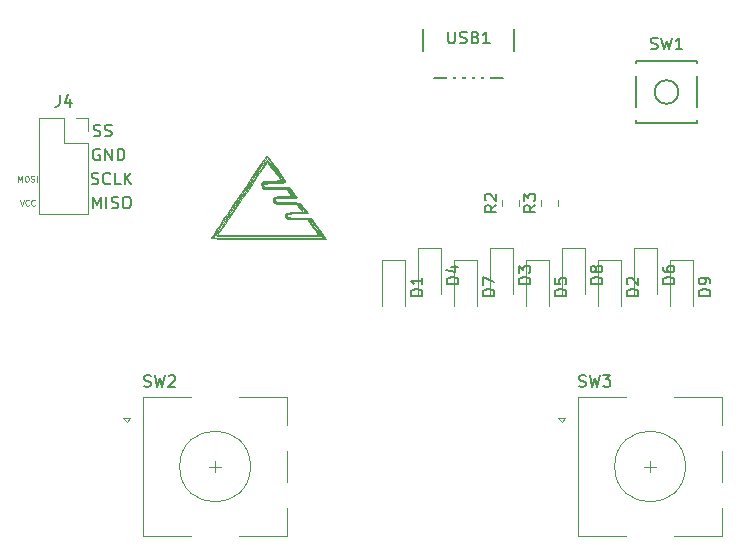
<source format=gto>
%TF.GenerationSoftware,KiCad,Pcbnew,(5.1.9)-1*%
%TF.CreationDate,2021-06-12T11:35:01+10:00*%
%TF.ProjectId,Productivity Macro,50726f64-7563-4746-9976-697479204d61,rev?*%
%TF.SameCoordinates,Original*%
%TF.FileFunction,Legend,Top*%
%TF.FilePolarity,Positive*%
%FSLAX46Y46*%
G04 Gerber Fmt 4.6, Leading zero omitted, Abs format (unit mm)*
G04 Created by KiCad (PCBNEW (5.1.9)-1) date 2021-06-12 11:35:01*
%MOMM*%
%LPD*%
G01*
G04 APERTURE LIST*
%ADD10C,0.100000*%
%ADD11C,0.150000*%
%ADD12C,0.010000*%
%ADD13C,0.120000*%
%ADD14O,1.350000X1.350000*%
%ADD15R,1.350000X1.350000*%
%ADD16O,1.700000X2.700000*%
%ADD17R,0.500000X2.250000*%
%ADD18R,2.000000X2.000000*%
%ADD19C,2.000000*%
%ADD20R,3.200000X2.000000*%
%ADD21R,1.800000X1.100000*%
%ADD22C,1.750000*%
%ADD23C,3.987800*%
%ADD24R,1.200000X0.900000*%
G04 APERTURE END LIST*
D10*
X186785333Y-63226190D02*
X186952000Y-63726190D01*
X187118666Y-63226190D01*
X187571047Y-63678571D02*
X187547238Y-63702380D01*
X187475809Y-63726190D01*
X187428190Y-63726190D01*
X187356761Y-63702380D01*
X187309142Y-63654761D01*
X187285333Y-63607142D01*
X187261523Y-63511904D01*
X187261523Y-63440476D01*
X187285333Y-63345238D01*
X187309142Y-63297619D01*
X187356761Y-63250000D01*
X187428190Y-63226190D01*
X187475809Y-63226190D01*
X187547238Y-63250000D01*
X187571047Y-63273809D01*
X188071047Y-63678571D02*
X188047238Y-63702380D01*
X187975809Y-63726190D01*
X187928190Y-63726190D01*
X187856761Y-63702380D01*
X187809142Y-63654761D01*
X187785333Y-63607142D01*
X187761523Y-63511904D01*
X187761523Y-63440476D01*
X187785333Y-63345238D01*
X187809142Y-63297619D01*
X187856761Y-63250000D01*
X187928190Y-63226190D01*
X187975809Y-63226190D01*
X188047238Y-63250000D01*
X188071047Y-63273809D01*
X186666285Y-61694190D02*
X186666285Y-61194190D01*
X186832952Y-61551333D01*
X186999619Y-61194190D01*
X186999619Y-61694190D01*
X187332952Y-61194190D02*
X187428190Y-61194190D01*
X187475809Y-61218000D01*
X187523428Y-61265619D01*
X187547238Y-61360857D01*
X187547238Y-61527523D01*
X187523428Y-61622761D01*
X187475809Y-61670380D01*
X187428190Y-61694190D01*
X187332952Y-61694190D01*
X187285333Y-61670380D01*
X187237714Y-61622761D01*
X187213904Y-61527523D01*
X187213904Y-61360857D01*
X187237714Y-61265619D01*
X187285333Y-61218000D01*
X187332952Y-61194190D01*
X187737714Y-61670380D02*
X187809142Y-61694190D01*
X187928190Y-61694190D01*
X187975809Y-61670380D01*
X187999619Y-61646571D01*
X188023428Y-61598952D01*
X188023428Y-61551333D01*
X187999619Y-61503714D01*
X187975809Y-61479904D01*
X187928190Y-61456095D01*
X187832952Y-61432285D01*
X187785333Y-61408476D01*
X187761523Y-61384666D01*
X187737714Y-61337047D01*
X187737714Y-61289428D01*
X187761523Y-61241809D01*
X187785333Y-61218000D01*
X187832952Y-61194190D01*
X187952000Y-61194190D01*
X188023428Y-61218000D01*
X188237714Y-61694190D02*
X188237714Y-61194190D01*
D11*
X192992571Y-63952380D02*
X192992571Y-62952380D01*
X193325904Y-63666666D01*
X193659238Y-62952380D01*
X193659238Y-63952380D01*
X194135428Y-63952380D02*
X194135428Y-62952380D01*
X194564000Y-63904761D02*
X194706857Y-63952380D01*
X194944952Y-63952380D01*
X195040190Y-63904761D01*
X195087809Y-63857142D01*
X195135428Y-63761904D01*
X195135428Y-63666666D01*
X195087809Y-63571428D01*
X195040190Y-63523809D01*
X194944952Y-63476190D01*
X194754476Y-63428571D01*
X194659238Y-63380952D01*
X194611619Y-63333333D01*
X194564000Y-63238095D01*
X194564000Y-63142857D01*
X194611619Y-63047619D01*
X194659238Y-63000000D01*
X194754476Y-62952380D01*
X194992571Y-62952380D01*
X195135428Y-63000000D01*
X195754476Y-62952380D02*
X195944952Y-62952380D01*
X196040190Y-63000000D01*
X196135428Y-63095238D01*
X196183047Y-63285714D01*
X196183047Y-63619047D01*
X196135428Y-63809523D01*
X196040190Y-63904761D01*
X195944952Y-63952380D01*
X195754476Y-63952380D01*
X195659238Y-63904761D01*
X195564000Y-63809523D01*
X195516380Y-63619047D01*
X195516380Y-63285714D01*
X195564000Y-63095238D01*
X195659238Y-63000000D01*
X195754476Y-62952380D01*
X192873523Y-61872761D02*
X193016380Y-61920380D01*
X193254476Y-61920380D01*
X193349714Y-61872761D01*
X193397333Y-61825142D01*
X193444952Y-61729904D01*
X193444952Y-61634666D01*
X193397333Y-61539428D01*
X193349714Y-61491809D01*
X193254476Y-61444190D01*
X193064000Y-61396571D01*
X192968761Y-61348952D01*
X192921142Y-61301333D01*
X192873523Y-61206095D01*
X192873523Y-61110857D01*
X192921142Y-61015619D01*
X192968761Y-60968000D01*
X193064000Y-60920380D01*
X193302095Y-60920380D01*
X193444952Y-60968000D01*
X194444952Y-61825142D02*
X194397333Y-61872761D01*
X194254476Y-61920380D01*
X194159238Y-61920380D01*
X194016380Y-61872761D01*
X193921142Y-61777523D01*
X193873523Y-61682285D01*
X193825904Y-61491809D01*
X193825904Y-61348952D01*
X193873523Y-61158476D01*
X193921142Y-61063238D01*
X194016380Y-60968000D01*
X194159238Y-60920380D01*
X194254476Y-60920380D01*
X194397333Y-60968000D01*
X194444952Y-61015619D01*
X195349714Y-61920380D02*
X194873523Y-61920380D01*
X194873523Y-60920380D01*
X195683047Y-61920380D02*
X195683047Y-60920380D01*
X196254476Y-61920380D02*
X195825904Y-61348952D01*
X196254476Y-60920380D02*
X195683047Y-61491809D01*
X193548095Y-58936000D02*
X193452857Y-58888380D01*
X193310000Y-58888380D01*
X193167142Y-58936000D01*
X193071904Y-59031238D01*
X193024285Y-59126476D01*
X192976666Y-59316952D01*
X192976666Y-59459809D01*
X193024285Y-59650285D01*
X193071904Y-59745523D01*
X193167142Y-59840761D01*
X193310000Y-59888380D01*
X193405238Y-59888380D01*
X193548095Y-59840761D01*
X193595714Y-59793142D01*
X193595714Y-59459809D01*
X193405238Y-59459809D01*
X194024285Y-59888380D02*
X194024285Y-58888380D01*
X194595714Y-59888380D01*
X194595714Y-58888380D01*
X195071904Y-59888380D02*
X195071904Y-58888380D01*
X195310000Y-58888380D01*
X195452857Y-58936000D01*
X195548095Y-59031238D01*
X195595714Y-59126476D01*
X195643333Y-59316952D01*
X195643333Y-59459809D01*
X195595714Y-59650285D01*
X195548095Y-59745523D01*
X195452857Y-59840761D01*
X195310000Y-59888380D01*
X195071904Y-59888380D01*
X193040095Y-57808761D02*
X193182952Y-57856380D01*
X193421047Y-57856380D01*
X193516285Y-57808761D01*
X193563904Y-57761142D01*
X193611523Y-57665904D01*
X193611523Y-57570666D01*
X193563904Y-57475428D01*
X193516285Y-57427809D01*
X193421047Y-57380190D01*
X193230571Y-57332571D01*
X193135333Y-57284952D01*
X193087714Y-57237333D01*
X193040095Y-57142095D01*
X193040095Y-57046857D01*
X193087714Y-56951619D01*
X193135333Y-56904000D01*
X193230571Y-56856380D01*
X193468666Y-56856380D01*
X193611523Y-56904000D01*
X193992476Y-57808761D02*
X194135333Y-57856380D01*
X194373428Y-57856380D01*
X194468666Y-57808761D01*
X194516285Y-57761142D01*
X194563904Y-57665904D01*
X194563904Y-57570666D01*
X194516285Y-57475428D01*
X194468666Y-57427809D01*
X194373428Y-57380190D01*
X194182952Y-57332571D01*
X194087714Y-57284952D01*
X194040095Y-57237333D01*
X193992476Y-57142095D01*
X193992476Y-57046857D01*
X194040095Y-56951619D01*
X194087714Y-56904000D01*
X194182952Y-56856380D01*
X194421047Y-56856380D01*
X194563904Y-56904000D01*
D12*
%TO.C,G\u002A\u002A\u002A*%
G36*
X207746087Y-59541470D02*
G01*
X207883396Y-59699472D01*
X208075305Y-59942528D01*
X208301731Y-60243000D01*
X208542587Y-60573251D01*
X208777789Y-60905645D01*
X208987252Y-61212542D01*
X209150890Y-61466307D01*
X209248618Y-61639301D01*
X209259874Y-61665313D01*
X209263930Y-61724770D01*
X209204834Y-61765788D01*
X209056512Y-61792955D01*
X208792888Y-61810859D01*
X208387888Y-61824089D01*
X208352479Y-61824985D01*
X207931822Y-61838518D01*
X207651609Y-61857418D01*
X207482950Y-61886722D01*
X207396954Y-61931465D01*
X207364732Y-61996682D01*
X207364638Y-61997166D01*
X207366510Y-62056881D01*
X207415952Y-62098071D01*
X207538406Y-62124121D01*
X207759316Y-62138416D01*
X208104122Y-62144343D01*
X208478247Y-62145333D01*
X209620244Y-62145333D01*
X209923789Y-62558843D01*
X210084517Y-62785764D01*
X210194558Y-62956358D01*
X210227333Y-63024510D01*
X210148368Y-63045468D01*
X209934257Y-63062406D01*
X209619171Y-63073409D01*
X209296000Y-63076666D01*
X208888412Y-63078615D01*
X208620871Y-63088009D01*
X208464106Y-63110170D01*
X208388844Y-63150422D01*
X208365813Y-63214086D01*
X208364666Y-63246000D01*
X208375437Y-63320288D01*
X208427321Y-63368978D01*
X208549675Y-63397437D01*
X208771854Y-63411036D01*
X209123217Y-63415144D01*
X209290488Y-63415333D01*
X209691253Y-63422478D01*
X210047368Y-63441788D01*
X210313416Y-63470072D01*
X210426027Y-63495067D01*
X210592823Y-63609232D01*
X210789697Y-63813872D01*
X210899220Y-63957750D01*
X211162695Y-64340698D01*
X210292847Y-64364849D01*
X209900936Y-64378143D01*
X209648178Y-64396318D01*
X209504403Y-64426082D01*
X209439441Y-64474147D01*
X209423122Y-64547224D01*
X209423000Y-64558333D01*
X209434305Y-64629826D01*
X209486694Y-64679820D01*
X209607875Y-64713988D01*
X209825558Y-64738000D01*
X210167452Y-64757528D01*
X210457063Y-64770000D01*
X211491127Y-64812333D01*
X212092018Y-65680166D01*
X212692910Y-66548000D01*
X207814458Y-66548000D01*
X206747937Y-66547326D01*
X205840008Y-66545150D01*
X205079933Y-66541234D01*
X204456977Y-66535342D01*
X203960401Y-66527239D01*
X203579469Y-66516689D01*
X203303444Y-66503455D01*
X203121589Y-66487302D01*
X203023166Y-66467993D01*
X202997440Y-66445294D01*
X202998825Y-66442166D01*
X203015797Y-66415961D01*
X203200000Y-66415961D01*
X203282118Y-66424818D01*
X203518278Y-66433136D01*
X203893192Y-66440760D01*
X204391567Y-66447534D01*
X204998114Y-66453302D01*
X205697543Y-66457908D01*
X206474564Y-66461198D01*
X207313886Y-66463014D01*
X207853109Y-66463333D01*
X212506218Y-66463333D01*
X211946779Y-65657551D01*
X211724373Y-65344854D01*
X211536917Y-65095645D01*
X211404657Y-64935868D01*
X211348416Y-64890694D01*
X211377360Y-64971598D01*
X211486660Y-65158183D01*
X211657132Y-65419139D01*
X211790243Y-65611809D01*
X212270996Y-66294000D01*
X207806053Y-66294000D01*
X206956101Y-66293168D01*
X206160808Y-66290777D01*
X205435573Y-66286986D01*
X204795794Y-66281953D01*
X204256870Y-66275836D01*
X203834199Y-66268792D01*
X203543179Y-66260980D01*
X203399209Y-66252558D01*
X203386474Y-66248637D01*
X203477511Y-66239887D01*
X203721725Y-66231867D01*
X204102961Y-66224729D01*
X204605061Y-66218626D01*
X205211872Y-66213710D01*
X205907236Y-66210133D01*
X206674998Y-66208048D01*
X207499004Y-66207607D01*
X207718585Y-66207779D01*
X208552646Y-66207677D01*
X209333148Y-66205689D01*
X210044160Y-66201987D01*
X210669753Y-66196747D01*
X211193996Y-66190139D01*
X211600958Y-66182339D01*
X211874711Y-66173519D01*
X211999324Y-66163852D01*
X212005333Y-66161145D01*
X211960237Y-66073278D01*
X211839530Y-65881166D01*
X211665082Y-65619024D01*
X211571425Y-65482336D01*
X211137517Y-64854666D01*
X210222464Y-64854666D01*
X209817570Y-64852487D01*
X209550442Y-64842079D01*
X209389529Y-64817640D01*
X209303281Y-64773364D01*
X209260146Y-64703447D01*
X209250670Y-64675892D01*
X209231375Y-64506025D01*
X209311370Y-64386978D01*
X209508962Y-64310622D01*
X209842456Y-64268827D01*
X210197993Y-64255175D01*
X210972987Y-64241301D01*
X210748327Y-63916197D01*
X210601409Y-63722648D01*
X210486426Y-63604529D01*
X210454401Y-63587879D01*
X210452645Y-63645165D01*
X210533900Y-63791672D01*
X210569471Y-63843541D01*
X210677536Y-64021257D01*
X210713416Y-64135943D01*
X210708293Y-64147928D01*
X210639912Y-64112736D01*
X210521216Y-63970619D01*
X210466224Y-63890101D01*
X210269666Y-63586762D01*
X209334099Y-63585714D01*
X208862496Y-63577237D01*
X208536248Y-63548812D01*
X208331927Y-63494099D01*
X208226102Y-63406754D01*
X208195343Y-63280435D01*
X208195333Y-63277447D01*
X208255997Y-63097543D01*
X208446143Y-62979672D01*
X208777998Y-62918777D01*
X209090380Y-62907333D01*
X209392317Y-62901101D01*
X209615051Y-62884628D01*
X209717003Y-62861247D01*
X209719333Y-62856903D01*
X209674779Y-62760813D01*
X209565415Y-62590685D01*
X209544234Y-62560570D01*
X209391850Y-62346564D01*
X209574546Y-62346564D01*
X209595729Y-62431946D01*
X209697412Y-62599642D01*
X209763165Y-62690105D01*
X209917729Y-62879877D01*
X210020188Y-62982020D01*
X210051479Y-62981196D01*
X210006780Y-62886166D01*
X209856533Y-62648744D01*
X209713299Y-62458404D01*
X209607478Y-62353099D01*
X209574546Y-62346564D01*
X209391850Y-62346564D01*
X209369136Y-62314666D01*
X208361880Y-62314666D01*
X207929886Y-62312203D01*
X207636555Y-62301769D01*
X207451255Y-62278797D01*
X207343348Y-62238719D01*
X207282200Y-62176967D01*
X207267282Y-62151466D01*
X207218978Y-61925311D01*
X207315446Y-61749689D01*
X207463838Y-61679192D01*
X207637214Y-61655637D01*
X207919595Y-61633232D01*
X208250691Y-61616732D01*
X208259466Y-61616423D01*
X208873932Y-61595000D01*
X208319625Y-60811833D01*
X208097003Y-60500818D01*
X207911499Y-60248294D01*
X207783750Y-60081909D01*
X207735166Y-60028666D01*
X207683078Y-60096565D01*
X207546332Y-60290736D01*
X207334699Y-60596894D01*
X207057948Y-61000751D01*
X206725852Y-61488021D01*
X206348179Y-62044417D01*
X205934702Y-62655652D01*
X205650412Y-63077016D01*
X205219030Y-63714985D01*
X204816730Y-64305975D01*
X204453293Y-64835909D01*
X204138498Y-65290711D01*
X203882125Y-65656301D01*
X203693955Y-65918603D01*
X203583767Y-66063540D01*
X203558525Y-66088081D01*
X203595411Y-66012061D01*
X203716555Y-65813794D01*
X203910299Y-65510583D01*
X204164985Y-65119731D01*
X204468956Y-64658540D01*
X204810554Y-64144313D01*
X205178120Y-63594350D01*
X205559996Y-63025957D01*
X205944525Y-62456433D01*
X206320049Y-61903083D01*
X206674910Y-61383208D01*
X206997449Y-60914111D01*
X207276009Y-60513094D01*
X207498932Y-60197460D01*
X207654560Y-59984510D01*
X207731235Y-59891549D01*
X207735327Y-59888985D01*
X207809677Y-59946472D01*
X207955697Y-60120046D01*
X208153039Y-60383648D01*
X208381356Y-60711215D01*
X208407000Y-60749304D01*
X208636943Y-61084611D01*
X208836513Y-61361829D01*
X208985612Y-61554001D01*
X209064137Y-61634167D01*
X209067373Y-61634987D01*
X209096075Y-61631136D01*
X209099543Y-61603744D01*
X209065496Y-61532921D01*
X208981654Y-61398777D01*
X208835736Y-61181424D01*
X208615464Y-60860971D01*
X208374240Y-60512366D01*
X207748814Y-59609326D01*
X205474407Y-62988958D01*
X205020322Y-63664655D01*
X204596445Y-64297249D01*
X204211928Y-64872947D01*
X203875926Y-65377957D01*
X203597591Y-65798488D01*
X203386077Y-66120748D01*
X203250536Y-66330945D01*
X203200121Y-66415288D01*
X203200000Y-66415961D01*
X203015797Y-66415961D01*
X203064844Y-66340236D01*
X203212909Y-66117168D01*
X203431848Y-65789524D01*
X203710492Y-65373866D01*
X204037671Y-64886756D01*
X204402216Y-64344755D01*
X204792956Y-63764424D01*
X205198722Y-63162327D01*
X205608343Y-62555024D01*
X206010651Y-61959077D01*
X206394476Y-61391047D01*
X206748646Y-60867498D01*
X207061994Y-60404989D01*
X207323348Y-60020083D01*
X207521539Y-59729342D01*
X207645397Y-59549327D01*
X207683466Y-59496160D01*
X207746087Y-59541470D01*
G37*
X207746087Y-59541470D02*
X207883396Y-59699472D01*
X208075305Y-59942528D01*
X208301731Y-60243000D01*
X208542587Y-60573251D01*
X208777789Y-60905645D01*
X208987252Y-61212542D01*
X209150890Y-61466307D01*
X209248618Y-61639301D01*
X209259874Y-61665313D01*
X209263930Y-61724770D01*
X209204834Y-61765788D01*
X209056512Y-61792955D01*
X208792888Y-61810859D01*
X208387888Y-61824089D01*
X208352479Y-61824985D01*
X207931822Y-61838518D01*
X207651609Y-61857418D01*
X207482950Y-61886722D01*
X207396954Y-61931465D01*
X207364732Y-61996682D01*
X207364638Y-61997166D01*
X207366510Y-62056881D01*
X207415952Y-62098071D01*
X207538406Y-62124121D01*
X207759316Y-62138416D01*
X208104122Y-62144343D01*
X208478247Y-62145333D01*
X209620244Y-62145333D01*
X209923789Y-62558843D01*
X210084517Y-62785764D01*
X210194558Y-62956358D01*
X210227333Y-63024510D01*
X210148368Y-63045468D01*
X209934257Y-63062406D01*
X209619171Y-63073409D01*
X209296000Y-63076666D01*
X208888412Y-63078615D01*
X208620871Y-63088009D01*
X208464106Y-63110170D01*
X208388844Y-63150422D01*
X208365813Y-63214086D01*
X208364666Y-63246000D01*
X208375437Y-63320288D01*
X208427321Y-63368978D01*
X208549675Y-63397437D01*
X208771854Y-63411036D01*
X209123217Y-63415144D01*
X209290488Y-63415333D01*
X209691253Y-63422478D01*
X210047368Y-63441788D01*
X210313416Y-63470072D01*
X210426027Y-63495067D01*
X210592823Y-63609232D01*
X210789697Y-63813872D01*
X210899220Y-63957750D01*
X211162695Y-64340698D01*
X210292847Y-64364849D01*
X209900936Y-64378143D01*
X209648178Y-64396318D01*
X209504403Y-64426082D01*
X209439441Y-64474147D01*
X209423122Y-64547224D01*
X209423000Y-64558333D01*
X209434305Y-64629826D01*
X209486694Y-64679820D01*
X209607875Y-64713988D01*
X209825558Y-64738000D01*
X210167452Y-64757528D01*
X210457063Y-64770000D01*
X211491127Y-64812333D01*
X212092018Y-65680166D01*
X212692910Y-66548000D01*
X207814458Y-66548000D01*
X206747937Y-66547326D01*
X205840008Y-66545150D01*
X205079933Y-66541234D01*
X204456977Y-66535342D01*
X203960401Y-66527239D01*
X203579469Y-66516689D01*
X203303444Y-66503455D01*
X203121589Y-66487302D01*
X203023166Y-66467993D01*
X202997440Y-66445294D01*
X202998825Y-66442166D01*
X203015797Y-66415961D01*
X203200000Y-66415961D01*
X203282118Y-66424818D01*
X203518278Y-66433136D01*
X203893192Y-66440760D01*
X204391567Y-66447534D01*
X204998114Y-66453302D01*
X205697543Y-66457908D01*
X206474564Y-66461198D01*
X207313886Y-66463014D01*
X207853109Y-66463333D01*
X212506218Y-66463333D01*
X211946779Y-65657551D01*
X211724373Y-65344854D01*
X211536917Y-65095645D01*
X211404657Y-64935868D01*
X211348416Y-64890694D01*
X211377360Y-64971598D01*
X211486660Y-65158183D01*
X211657132Y-65419139D01*
X211790243Y-65611809D01*
X212270996Y-66294000D01*
X207806053Y-66294000D01*
X206956101Y-66293168D01*
X206160808Y-66290777D01*
X205435573Y-66286986D01*
X204795794Y-66281953D01*
X204256870Y-66275836D01*
X203834199Y-66268792D01*
X203543179Y-66260980D01*
X203399209Y-66252558D01*
X203386474Y-66248637D01*
X203477511Y-66239887D01*
X203721725Y-66231867D01*
X204102961Y-66224729D01*
X204605061Y-66218626D01*
X205211872Y-66213710D01*
X205907236Y-66210133D01*
X206674998Y-66208048D01*
X207499004Y-66207607D01*
X207718585Y-66207779D01*
X208552646Y-66207677D01*
X209333148Y-66205689D01*
X210044160Y-66201987D01*
X210669753Y-66196747D01*
X211193996Y-66190139D01*
X211600958Y-66182339D01*
X211874711Y-66173519D01*
X211999324Y-66163852D01*
X212005333Y-66161145D01*
X211960237Y-66073278D01*
X211839530Y-65881166D01*
X211665082Y-65619024D01*
X211571425Y-65482336D01*
X211137517Y-64854666D01*
X210222464Y-64854666D01*
X209817570Y-64852487D01*
X209550442Y-64842079D01*
X209389529Y-64817640D01*
X209303281Y-64773364D01*
X209260146Y-64703447D01*
X209250670Y-64675892D01*
X209231375Y-64506025D01*
X209311370Y-64386978D01*
X209508962Y-64310622D01*
X209842456Y-64268827D01*
X210197993Y-64255175D01*
X210972987Y-64241301D01*
X210748327Y-63916197D01*
X210601409Y-63722648D01*
X210486426Y-63604529D01*
X210454401Y-63587879D01*
X210452645Y-63645165D01*
X210533900Y-63791672D01*
X210569471Y-63843541D01*
X210677536Y-64021257D01*
X210713416Y-64135943D01*
X210708293Y-64147928D01*
X210639912Y-64112736D01*
X210521216Y-63970619D01*
X210466224Y-63890101D01*
X210269666Y-63586762D01*
X209334099Y-63585714D01*
X208862496Y-63577237D01*
X208536248Y-63548812D01*
X208331927Y-63494099D01*
X208226102Y-63406754D01*
X208195343Y-63280435D01*
X208195333Y-63277447D01*
X208255997Y-63097543D01*
X208446143Y-62979672D01*
X208777998Y-62918777D01*
X209090380Y-62907333D01*
X209392317Y-62901101D01*
X209615051Y-62884628D01*
X209717003Y-62861247D01*
X209719333Y-62856903D01*
X209674779Y-62760813D01*
X209565415Y-62590685D01*
X209544234Y-62560570D01*
X209391850Y-62346564D01*
X209574546Y-62346564D01*
X209595729Y-62431946D01*
X209697412Y-62599642D01*
X209763165Y-62690105D01*
X209917729Y-62879877D01*
X210020188Y-62982020D01*
X210051479Y-62981196D01*
X210006780Y-62886166D01*
X209856533Y-62648744D01*
X209713299Y-62458404D01*
X209607478Y-62353099D01*
X209574546Y-62346564D01*
X209391850Y-62346564D01*
X209369136Y-62314666D01*
X208361880Y-62314666D01*
X207929886Y-62312203D01*
X207636555Y-62301769D01*
X207451255Y-62278797D01*
X207343348Y-62238719D01*
X207282200Y-62176967D01*
X207267282Y-62151466D01*
X207218978Y-61925311D01*
X207315446Y-61749689D01*
X207463838Y-61679192D01*
X207637214Y-61655637D01*
X207919595Y-61633232D01*
X208250691Y-61616732D01*
X208259466Y-61616423D01*
X208873932Y-61595000D01*
X208319625Y-60811833D01*
X208097003Y-60500818D01*
X207911499Y-60248294D01*
X207783750Y-60081909D01*
X207735166Y-60028666D01*
X207683078Y-60096565D01*
X207546332Y-60290736D01*
X207334699Y-60596894D01*
X207057948Y-61000751D01*
X206725852Y-61488021D01*
X206348179Y-62044417D01*
X205934702Y-62655652D01*
X205650412Y-63077016D01*
X205219030Y-63714985D01*
X204816730Y-64305975D01*
X204453293Y-64835909D01*
X204138498Y-65290711D01*
X203882125Y-65656301D01*
X203693955Y-65918603D01*
X203583767Y-66063540D01*
X203558525Y-66088081D01*
X203595411Y-66012061D01*
X203716555Y-65813794D01*
X203910299Y-65510583D01*
X204164985Y-65119731D01*
X204468956Y-64658540D01*
X204810554Y-64144313D01*
X205178120Y-63594350D01*
X205559996Y-63025957D01*
X205944525Y-62456433D01*
X206320049Y-61903083D01*
X206674910Y-61383208D01*
X206997449Y-60914111D01*
X207276009Y-60513094D01*
X207498932Y-60197460D01*
X207654560Y-59984510D01*
X207731235Y-59891549D01*
X207735327Y-59888985D01*
X207809677Y-59946472D01*
X207955697Y-60120046D01*
X208153039Y-60383648D01*
X208381356Y-60711215D01*
X208407000Y-60749304D01*
X208636943Y-61084611D01*
X208836513Y-61361829D01*
X208985612Y-61554001D01*
X209064137Y-61634167D01*
X209067373Y-61634987D01*
X209096075Y-61631136D01*
X209099543Y-61603744D01*
X209065496Y-61532921D01*
X208981654Y-61398777D01*
X208835736Y-61181424D01*
X208615464Y-60860971D01*
X208374240Y-60512366D01*
X207748814Y-59609326D01*
X205474407Y-62988958D01*
X205020322Y-63664655D01*
X204596445Y-64297249D01*
X204211928Y-64872947D01*
X203875926Y-65377957D01*
X203597591Y-65798488D01*
X203386077Y-66120748D01*
X203250536Y-66330945D01*
X203200121Y-66415288D01*
X203200000Y-66415961D01*
X203015797Y-66415961D01*
X203064844Y-66340236D01*
X203212909Y-66117168D01*
X203431848Y-65789524D01*
X203710492Y-65373866D01*
X204037671Y-64886756D01*
X204402216Y-64344755D01*
X204792956Y-63764424D01*
X205198722Y-63162327D01*
X205608343Y-62555024D01*
X206010651Y-61959077D01*
X206394476Y-61391047D01*
X206748646Y-60867498D01*
X207061994Y-60404989D01*
X207323348Y-60020083D01*
X207521539Y-59729342D01*
X207645397Y-59549327D01*
X207683466Y-59496160D01*
X207746087Y-59541470D01*
D13*
%TO.C,J4*%
X188456000Y-56344000D02*
X190516000Y-56344000D01*
X188456000Y-56344000D02*
X188456000Y-64464000D01*
X188456000Y-64464000D02*
X192576000Y-64464000D01*
X192576000Y-58404000D02*
X192576000Y-64464000D01*
X190516000Y-58404000D02*
X192576000Y-58404000D01*
X190516000Y-56344000D02*
X190516000Y-58404000D01*
X192576000Y-56344000D02*
X192576000Y-57404000D01*
X191516000Y-56344000D02*
X192576000Y-56344000D01*
D11*
%TO.C,USB1*%
X228640000Y-52948000D02*
X220940000Y-52948000D01*
X220940000Y-47498000D02*
X220940000Y-52948000D01*
X228640000Y-47498000D02*
X228640000Y-52948000D01*
D13*
%TO.C,SW3*%
X239664000Y-85812000D02*
X240664000Y-85812000D01*
X240164000Y-85312000D02*
X240164000Y-86312000D01*
X246264000Y-89312000D02*
X246264000Y-91712000D01*
X246264000Y-84512000D02*
X246264000Y-87112000D01*
X246264000Y-79912000D02*
X246264000Y-82312000D01*
X232964000Y-81712000D02*
X232664000Y-82012000D01*
X232364000Y-81712000D02*
X232964000Y-81712000D01*
X232664000Y-82012000D02*
X232364000Y-81712000D01*
X234064000Y-79912000D02*
X234064000Y-91712000D01*
X238164000Y-79912000D02*
X234064000Y-79912000D01*
X238164000Y-91712000D02*
X234064000Y-91712000D01*
X246264000Y-91712000D02*
X242164000Y-91712000D01*
X242164000Y-79912000D02*
X246264000Y-79912000D01*
X243164000Y-85812000D02*
G75*
G03*
X243164000Y-85812000I-3000000J0D01*
G01*
%TO.C,SW2*%
X202834000Y-85812000D02*
X203834000Y-85812000D01*
X203334000Y-85312000D02*
X203334000Y-86312000D01*
X209434000Y-89312000D02*
X209434000Y-91712000D01*
X209434000Y-84512000D02*
X209434000Y-87112000D01*
X209434000Y-79912000D02*
X209434000Y-82312000D01*
X196134000Y-81712000D02*
X195834000Y-82012000D01*
X195534000Y-81712000D02*
X196134000Y-81712000D01*
X195834000Y-82012000D02*
X195534000Y-81712000D01*
X197234000Y-79912000D02*
X197234000Y-91712000D01*
X201334000Y-79912000D02*
X197234000Y-79912000D01*
X201334000Y-91712000D02*
X197234000Y-91712000D01*
X209434000Y-91712000D02*
X205334000Y-91712000D01*
X205334000Y-79912000D02*
X209434000Y-79912000D01*
X206334000Y-85812000D02*
G75*
G03*
X206334000Y-85812000I-3000000J0D01*
G01*
D11*
%TO.C,SW1*%
X242554000Y-54102000D02*
G75*
G03*
X242554000Y-54102000I-1000000J0D01*
G01*
X244154000Y-51502000D02*
X244154000Y-56702000D01*
X238954000Y-51502000D02*
X244154000Y-51502000D01*
X238954000Y-56702000D02*
X238954000Y-51502000D01*
X244154000Y-56702000D02*
X238954000Y-56702000D01*
D13*
%TO.C,R3*%
X230913000Y-63727064D02*
X230913000Y-63272936D01*
X232383000Y-63727064D02*
X232383000Y-63272936D01*
%TO.C,R2*%
X227611000Y-63727064D02*
X227611000Y-63272936D01*
X229081000Y-63727064D02*
X229081000Y-63272936D01*
%TO.C,D9*%
X243824000Y-68362000D02*
X241824000Y-68362000D01*
X241824000Y-68362000D02*
X241824000Y-72262000D01*
X243824000Y-68362000D02*
X243824000Y-72262000D01*
%TO.C,D8*%
X234680000Y-67346000D02*
X232680000Y-67346000D01*
X232680000Y-67346000D02*
X232680000Y-71246000D01*
X234680000Y-67346000D02*
X234680000Y-71246000D01*
%TO.C,D7*%
X225536000Y-68362000D02*
X223536000Y-68362000D01*
X223536000Y-68362000D02*
X223536000Y-72262000D01*
X225536000Y-68362000D02*
X225536000Y-72262000D01*
%TO.C,D6*%
X240776000Y-67346000D02*
X238776000Y-67346000D01*
X238776000Y-67346000D02*
X238776000Y-71246000D01*
X240776000Y-67346000D02*
X240776000Y-71246000D01*
%TO.C,D5*%
X231632000Y-68362000D02*
X229632000Y-68362000D01*
X229632000Y-68362000D02*
X229632000Y-72262000D01*
X231632000Y-68362000D02*
X231632000Y-72262000D01*
%TO.C,D4*%
X222488000Y-67346000D02*
X220488000Y-67346000D01*
X220488000Y-67346000D02*
X220488000Y-71246000D01*
X222488000Y-67346000D02*
X222488000Y-71246000D01*
%TO.C,D3*%
X228584000Y-67346000D02*
X226584000Y-67346000D01*
X226584000Y-67346000D02*
X226584000Y-71246000D01*
X228584000Y-67346000D02*
X228584000Y-71246000D01*
%TO.C,D2*%
X237728000Y-68362000D02*
X235728000Y-68362000D01*
X235728000Y-68362000D02*
X235728000Y-72262000D01*
X237728000Y-68362000D02*
X237728000Y-72262000D01*
%TO.C,D1*%
X219440000Y-68362000D02*
X217440000Y-68362000D01*
X217440000Y-68362000D02*
X217440000Y-72262000D01*
X219440000Y-68362000D02*
X219440000Y-72262000D01*
%TO.C,J4*%
D11*
X190182666Y-54356380D02*
X190182666Y-55070666D01*
X190135047Y-55213523D01*
X190039809Y-55308761D01*
X189896952Y-55356380D01*
X189801714Y-55356380D01*
X191087428Y-54689714D02*
X191087428Y-55356380D01*
X190849333Y-54308761D02*
X190611238Y-55023047D01*
X191230285Y-55023047D01*
%TO.C,USB1*%
X223051904Y-48982380D02*
X223051904Y-49791904D01*
X223099523Y-49887142D01*
X223147142Y-49934761D01*
X223242380Y-49982380D01*
X223432857Y-49982380D01*
X223528095Y-49934761D01*
X223575714Y-49887142D01*
X223623333Y-49791904D01*
X223623333Y-48982380D01*
X224051904Y-49934761D02*
X224194761Y-49982380D01*
X224432857Y-49982380D01*
X224528095Y-49934761D01*
X224575714Y-49887142D01*
X224623333Y-49791904D01*
X224623333Y-49696666D01*
X224575714Y-49601428D01*
X224528095Y-49553809D01*
X224432857Y-49506190D01*
X224242380Y-49458571D01*
X224147142Y-49410952D01*
X224099523Y-49363333D01*
X224051904Y-49268095D01*
X224051904Y-49172857D01*
X224099523Y-49077619D01*
X224147142Y-49030000D01*
X224242380Y-48982380D01*
X224480476Y-48982380D01*
X224623333Y-49030000D01*
X225385238Y-49458571D02*
X225528095Y-49506190D01*
X225575714Y-49553809D01*
X225623333Y-49649047D01*
X225623333Y-49791904D01*
X225575714Y-49887142D01*
X225528095Y-49934761D01*
X225432857Y-49982380D01*
X225051904Y-49982380D01*
X225051904Y-48982380D01*
X225385238Y-48982380D01*
X225480476Y-49030000D01*
X225528095Y-49077619D01*
X225575714Y-49172857D01*
X225575714Y-49268095D01*
X225528095Y-49363333D01*
X225480476Y-49410952D01*
X225385238Y-49458571D01*
X225051904Y-49458571D01*
X226575714Y-49982380D02*
X226004285Y-49982380D01*
X226290000Y-49982380D02*
X226290000Y-48982380D01*
X226194761Y-49125238D01*
X226099523Y-49220476D01*
X226004285Y-49268095D01*
%TO.C,SW3*%
X234130666Y-79016761D02*
X234273523Y-79064380D01*
X234511619Y-79064380D01*
X234606857Y-79016761D01*
X234654476Y-78969142D01*
X234702095Y-78873904D01*
X234702095Y-78778666D01*
X234654476Y-78683428D01*
X234606857Y-78635809D01*
X234511619Y-78588190D01*
X234321142Y-78540571D01*
X234225904Y-78492952D01*
X234178285Y-78445333D01*
X234130666Y-78350095D01*
X234130666Y-78254857D01*
X234178285Y-78159619D01*
X234225904Y-78112000D01*
X234321142Y-78064380D01*
X234559238Y-78064380D01*
X234702095Y-78112000D01*
X235035428Y-78064380D02*
X235273523Y-79064380D01*
X235464000Y-78350095D01*
X235654476Y-79064380D01*
X235892571Y-78064380D01*
X236178285Y-78064380D02*
X236797333Y-78064380D01*
X236464000Y-78445333D01*
X236606857Y-78445333D01*
X236702095Y-78492952D01*
X236749714Y-78540571D01*
X236797333Y-78635809D01*
X236797333Y-78873904D01*
X236749714Y-78969142D01*
X236702095Y-79016761D01*
X236606857Y-79064380D01*
X236321142Y-79064380D01*
X236225904Y-79016761D01*
X236178285Y-78969142D01*
%TO.C,SW2*%
X197300666Y-79016761D02*
X197443523Y-79064380D01*
X197681619Y-79064380D01*
X197776857Y-79016761D01*
X197824476Y-78969142D01*
X197872095Y-78873904D01*
X197872095Y-78778666D01*
X197824476Y-78683428D01*
X197776857Y-78635809D01*
X197681619Y-78588190D01*
X197491142Y-78540571D01*
X197395904Y-78492952D01*
X197348285Y-78445333D01*
X197300666Y-78350095D01*
X197300666Y-78254857D01*
X197348285Y-78159619D01*
X197395904Y-78112000D01*
X197491142Y-78064380D01*
X197729238Y-78064380D01*
X197872095Y-78112000D01*
X198205428Y-78064380D02*
X198443523Y-79064380D01*
X198634000Y-78350095D01*
X198824476Y-79064380D01*
X199062571Y-78064380D01*
X199395904Y-78159619D02*
X199443523Y-78112000D01*
X199538761Y-78064380D01*
X199776857Y-78064380D01*
X199872095Y-78112000D01*
X199919714Y-78159619D01*
X199967333Y-78254857D01*
X199967333Y-78350095D01*
X199919714Y-78492952D01*
X199348285Y-79064380D01*
X199967333Y-79064380D01*
%TO.C,SW1*%
X240220666Y-50442761D02*
X240363523Y-50490380D01*
X240601619Y-50490380D01*
X240696857Y-50442761D01*
X240744476Y-50395142D01*
X240792095Y-50299904D01*
X240792095Y-50204666D01*
X240744476Y-50109428D01*
X240696857Y-50061809D01*
X240601619Y-50014190D01*
X240411142Y-49966571D01*
X240315904Y-49918952D01*
X240268285Y-49871333D01*
X240220666Y-49776095D01*
X240220666Y-49680857D01*
X240268285Y-49585619D01*
X240315904Y-49538000D01*
X240411142Y-49490380D01*
X240649238Y-49490380D01*
X240792095Y-49538000D01*
X241125428Y-49490380D02*
X241363523Y-50490380D01*
X241554000Y-49776095D01*
X241744476Y-50490380D01*
X241982571Y-49490380D01*
X242887333Y-50490380D02*
X242315904Y-50490380D01*
X242601619Y-50490380D02*
X242601619Y-49490380D01*
X242506380Y-49633238D01*
X242411142Y-49728476D01*
X242315904Y-49776095D01*
%TO.C,R3*%
X230450380Y-63666666D02*
X229974190Y-64000000D01*
X230450380Y-64238095D02*
X229450380Y-64238095D01*
X229450380Y-63857142D01*
X229498000Y-63761904D01*
X229545619Y-63714285D01*
X229640857Y-63666666D01*
X229783714Y-63666666D01*
X229878952Y-63714285D01*
X229926571Y-63761904D01*
X229974190Y-63857142D01*
X229974190Y-64238095D01*
X229450380Y-63333333D02*
X229450380Y-62714285D01*
X229831333Y-63047619D01*
X229831333Y-62904761D01*
X229878952Y-62809523D01*
X229926571Y-62761904D01*
X230021809Y-62714285D01*
X230259904Y-62714285D01*
X230355142Y-62761904D01*
X230402761Y-62809523D01*
X230450380Y-62904761D01*
X230450380Y-63190476D01*
X230402761Y-63285714D01*
X230355142Y-63333333D01*
%TO.C,R2*%
X227148380Y-63666666D02*
X226672190Y-64000000D01*
X227148380Y-64238095D02*
X226148380Y-64238095D01*
X226148380Y-63857142D01*
X226196000Y-63761904D01*
X226243619Y-63714285D01*
X226338857Y-63666666D01*
X226481714Y-63666666D01*
X226576952Y-63714285D01*
X226624571Y-63761904D01*
X226672190Y-63857142D01*
X226672190Y-64238095D01*
X226243619Y-63285714D02*
X226196000Y-63238095D01*
X226148380Y-63142857D01*
X226148380Y-62904761D01*
X226196000Y-62809523D01*
X226243619Y-62761904D01*
X226338857Y-62714285D01*
X226434095Y-62714285D01*
X226576952Y-62761904D01*
X227148380Y-63333333D01*
X227148380Y-62714285D01*
%TO.C,D9*%
X245276380Y-71350095D02*
X244276380Y-71350095D01*
X244276380Y-71112000D01*
X244324000Y-70969142D01*
X244419238Y-70873904D01*
X244514476Y-70826285D01*
X244704952Y-70778666D01*
X244847809Y-70778666D01*
X245038285Y-70826285D01*
X245133523Y-70873904D01*
X245228761Y-70969142D01*
X245276380Y-71112000D01*
X245276380Y-71350095D01*
X245276380Y-70302476D02*
X245276380Y-70112000D01*
X245228761Y-70016761D01*
X245181142Y-69969142D01*
X245038285Y-69873904D01*
X244847809Y-69826285D01*
X244466857Y-69826285D01*
X244371619Y-69873904D01*
X244324000Y-69921523D01*
X244276380Y-70016761D01*
X244276380Y-70207238D01*
X244324000Y-70302476D01*
X244371619Y-70350095D01*
X244466857Y-70397714D01*
X244704952Y-70397714D01*
X244800190Y-70350095D01*
X244847809Y-70302476D01*
X244895428Y-70207238D01*
X244895428Y-70016761D01*
X244847809Y-69921523D01*
X244800190Y-69873904D01*
X244704952Y-69826285D01*
%TO.C,D8*%
X236132380Y-70334095D02*
X235132380Y-70334095D01*
X235132380Y-70096000D01*
X235180000Y-69953142D01*
X235275238Y-69857904D01*
X235370476Y-69810285D01*
X235560952Y-69762666D01*
X235703809Y-69762666D01*
X235894285Y-69810285D01*
X235989523Y-69857904D01*
X236084761Y-69953142D01*
X236132380Y-70096000D01*
X236132380Y-70334095D01*
X235560952Y-69191238D02*
X235513333Y-69286476D01*
X235465714Y-69334095D01*
X235370476Y-69381714D01*
X235322857Y-69381714D01*
X235227619Y-69334095D01*
X235180000Y-69286476D01*
X235132380Y-69191238D01*
X235132380Y-69000761D01*
X235180000Y-68905523D01*
X235227619Y-68857904D01*
X235322857Y-68810285D01*
X235370476Y-68810285D01*
X235465714Y-68857904D01*
X235513333Y-68905523D01*
X235560952Y-69000761D01*
X235560952Y-69191238D01*
X235608571Y-69286476D01*
X235656190Y-69334095D01*
X235751428Y-69381714D01*
X235941904Y-69381714D01*
X236037142Y-69334095D01*
X236084761Y-69286476D01*
X236132380Y-69191238D01*
X236132380Y-69000761D01*
X236084761Y-68905523D01*
X236037142Y-68857904D01*
X235941904Y-68810285D01*
X235751428Y-68810285D01*
X235656190Y-68857904D01*
X235608571Y-68905523D01*
X235560952Y-69000761D01*
%TO.C,D7*%
X226988380Y-71350095D02*
X225988380Y-71350095D01*
X225988380Y-71112000D01*
X226036000Y-70969142D01*
X226131238Y-70873904D01*
X226226476Y-70826285D01*
X226416952Y-70778666D01*
X226559809Y-70778666D01*
X226750285Y-70826285D01*
X226845523Y-70873904D01*
X226940761Y-70969142D01*
X226988380Y-71112000D01*
X226988380Y-71350095D01*
X225988380Y-70445333D02*
X225988380Y-69778666D01*
X226988380Y-70207238D01*
%TO.C,D6*%
X242228380Y-70334095D02*
X241228380Y-70334095D01*
X241228380Y-70096000D01*
X241276000Y-69953142D01*
X241371238Y-69857904D01*
X241466476Y-69810285D01*
X241656952Y-69762666D01*
X241799809Y-69762666D01*
X241990285Y-69810285D01*
X242085523Y-69857904D01*
X242180761Y-69953142D01*
X242228380Y-70096000D01*
X242228380Y-70334095D01*
X241228380Y-68905523D02*
X241228380Y-69096000D01*
X241276000Y-69191238D01*
X241323619Y-69238857D01*
X241466476Y-69334095D01*
X241656952Y-69381714D01*
X242037904Y-69381714D01*
X242133142Y-69334095D01*
X242180761Y-69286476D01*
X242228380Y-69191238D01*
X242228380Y-69000761D01*
X242180761Y-68905523D01*
X242133142Y-68857904D01*
X242037904Y-68810285D01*
X241799809Y-68810285D01*
X241704571Y-68857904D01*
X241656952Y-68905523D01*
X241609333Y-69000761D01*
X241609333Y-69191238D01*
X241656952Y-69286476D01*
X241704571Y-69334095D01*
X241799809Y-69381714D01*
%TO.C,D5*%
X233084380Y-71350095D02*
X232084380Y-71350095D01*
X232084380Y-71112000D01*
X232132000Y-70969142D01*
X232227238Y-70873904D01*
X232322476Y-70826285D01*
X232512952Y-70778666D01*
X232655809Y-70778666D01*
X232846285Y-70826285D01*
X232941523Y-70873904D01*
X233036761Y-70969142D01*
X233084380Y-71112000D01*
X233084380Y-71350095D01*
X232084380Y-69873904D02*
X232084380Y-70350095D01*
X232560571Y-70397714D01*
X232512952Y-70350095D01*
X232465333Y-70254857D01*
X232465333Y-70016761D01*
X232512952Y-69921523D01*
X232560571Y-69873904D01*
X232655809Y-69826285D01*
X232893904Y-69826285D01*
X232989142Y-69873904D01*
X233036761Y-69921523D01*
X233084380Y-70016761D01*
X233084380Y-70254857D01*
X233036761Y-70350095D01*
X232989142Y-70397714D01*
%TO.C,D4*%
X223940380Y-70334095D02*
X222940380Y-70334095D01*
X222940380Y-70096000D01*
X222988000Y-69953142D01*
X223083238Y-69857904D01*
X223178476Y-69810285D01*
X223368952Y-69762666D01*
X223511809Y-69762666D01*
X223702285Y-69810285D01*
X223797523Y-69857904D01*
X223892761Y-69953142D01*
X223940380Y-70096000D01*
X223940380Y-70334095D01*
X223273714Y-68905523D02*
X223940380Y-68905523D01*
X222892761Y-69143619D02*
X223607047Y-69381714D01*
X223607047Y-68762666D01*
%TO.C,D3*%
X230036380Y-70334095D02*
X229036380Y-70334095D01*
X229036380Y-70096000D01*
X229084000Y-69953142D01*
X229179238Y-69857904D01*
X229274476Y-69810285D01*
X229464952Y-69762666D01*
X229607809Y-69762666D01*
X229798285Y-69810285D01*
X229893523Y-69857904D01*
X229988761Y-69953142D01*
X230036380Y-70096000D01*
X230036380Y-70334095D01*
X229036380Y-69429333D02*
X229036380Y-68810285D01*
X229417333Y-69143619D01*
X229417333Y-69000761D01*
X229464952Y-68905523D01*
X229512571Y-68857904D01*
X229607809Y-68810285D01*
X229845904Y-68810285D01*
X229941142Y-68857904D01*
X229988761Y-68905523D01*
X230036380Y-69000761D01*
X230036380Y-69286476D01*
X229988761Y-69381714D01*
X229941142Y-69429333D01*
%TO.C,D2*%
X239180380Y-71350095D02*
X238180380Y-71350095D01*
X238180380Y-71112000D01*
X238228000Y-70969142D01*
X238323238Y-70873904D01*
X238418476Y-70826285D01*
X238608952Y-70778666D01*
X238751809Y-70778666D01*
X238942285Y-70826285D01*
X239037523Y-70873904D01*
X239132761Y-70969142D01*
X239180380Y-71112000D01*
X239180380Y-71350095D01*
X238275619Y-70397714D02*
X238228000Y-70350095D01*
X238180380Y-70254857D01*
X238180380Y-70016761D01*
X238228000Y-69921523D01*
X238275619Y-69873904D01*
X238370857Y-69826285D01*
X238466095Y-69826285D01*
X238608952Y-69873904D01*
X239180380Y-70445333D01*
X239180380Y-69826285D01*
%TO.C,D1*%
X220892380Y-71350095D02*
X219892380Y-71350095D01*
X219892380Y-71112000D01*
X219940000Y-70969142D01*
X220035238Y-70873904D01*
X220130476Y-70826285D01*
X220320952Y-70778666D01*
X220463809Y-70778666D01*
X220654285Y-70826285D01*
X220749523Y-70873904D01*
X220844761Y-70969142D01*
X220892380Y-71112000D01*
X220892380Y-71350095D01*
X220892380Y-69826285D02*
X220892380Y-70397714D01*
X220892380Y-70112000D02*
X219892380Y-70112000D01*
X220035238Y-70207238D01*
X220130476Y-70302476D01*
X220178095Y-70397714D01*
%TD*%
%LPC*%
D14*
%TO.C,J4*%
X189516000Y-63404000D03*
X191516000Y-63404000D03*
X189516000Y-61404000D03*
X191516000Y-61404000D03*
X189516000Y-59404000D03*
X191516000Y-59404000D03*
X189516000Y-57404000D03*
D15*
X191516000Y-57404000D03*
%TD*%
D16*
%TO.C,USB1*%
X228440000Y-47498000D03*
X221140000Y-47498000D03*
X221140000Y-51998000D03*
X228440000Y-51998000D03*
D17*
X226390000Y-51998000D03*
X225590000Y-51998000D03*
X224790000Y-51998000D03*
X223990000Y-51998000D03*
X223190000Y-51998000D03*
%TD*%
D18*
%TO.C,SW3*%
X232664000Y-83312000D03*
D19*
X232664000Y-85812000D03*
X232664000Y-88312000D03*
D20*
X240164000Y-80212000D03*
X240164000Y-91412000D03*
D19*
X247164000Y-83312000D03*
X247164000Y-88312000D03*
%TD*%
D18*
%TO.C,SW2*%
X195834000Y-83312000D03*
D19*
X195834000Y-85812000D03*
X195834000Y-88312000D03*
D20*
X203334000Y-80212000D03*
X203334000Y-91412000D03*
D19*
X210334000Y-83312000D03*
X210334000Y-88312000D03*
%TD*%
D21*
%TO.C,SW1*%
X244654000Y-52252000D03*
X238454000Y-55952000D03*
X244654000Y-55952000D03*
X238454000Y-52252000D03*
%TD*%
%TO.C,R3*%
G36*
G01*
X232098002Y-63100000D02*
X231197998Y-63100000D01*
G75*
G02*
X230948000Y-62850002I0J249998D01*
G01*
X230948000Y-62324998D01*
G75*
G02*
X231197998Y-62075000I249998J0D01*
G01*
X232098002Y-62075000D01*
G75*
G02*
X232348000Y-62324998I0J-249998D01*
G01*
X232348000Y-62850002D01*
G75*
G02*
X232098002Y-63100000I-249998J0D01*
G01*
G37*
G36*
G01*
X232098002Y-64925000D02*
X231197998Y-64925000D01*
G75*
G02*
X230948000Y-64675002I0J249998D01*
G01*
X230948000Y-64149998D01*
G75*
G02*
X231197998Y-63900000I249998J0D01*
G01*
X232098002Y-63900000D01*
G75*
G02*
X232348000Y-64149998I0J-249998D01*
G01*
X232348000Y-64675002D01*
G75*
G02*
X232098002Y-64925000I-249998J0D01*
G01*
G37*
%TD*%
%TO.C,R2*%
G36*
G01*
X228796002Y-63100000D02*
X227895998Y-63100000D01*
G75*
G02*
X227646000Y-62850002I0J249998D01*
G01*
X227646000Y-62324998D01*
G75*
G02*
X227895998Y-62075000I249998J0D01*
G01*
X228796002Y-62075000D01*
G75*
G02*
X229046000Y-62324998I0J-249998D01*
G01*
X229046000Y-62850002D01*
G75*
G02*
X228796002Y-63100000I-249998J0D01*
G01*
G37*
G36*
G01*
X228796002Y-64925000D02*
X227895998Y-64925000D01*
G75*
G02*
X227646000Y-64675002I0J249998D01*
G01*
X227646000Y-64149998D01*
G75*
G02*
X227895998Y-63900000I249998J0D01*
G01*
X228796002Y-63900000D01*
G75*
G02*
X229046000Y-64149998I0J-249998D01*
G01*
X229046000Y-64675002D01*
G75*
G02*
X228796002Y-64925000I-249998J0D01*
G01*
G37*
%TD*%
D22*
%TO.C,MX7*%
X245618000Y-123952000D03*
X235458000Y-123952000D03*
D23*
X240538000Y-123952000D03*
%TD*%
D22*
%TO.C,MX6*%
X226568000Y-123952000D03*
X216408000Y-123952000D03*
D23*
X221488000Y-123952000D03*
%TD*%
D22*
%TO.C,MX5*%
X207518000Y-123952000D03*
X197358000Y-123952000D03*
D23*
X202438000Y-123952000D03*
%TD*%
D22*
%TO.C,MX4*%
X245618000Y-104902000D03*
X235458000Y-104902000D03*
D23*
X240538000Y-104902000D03*
%TD*%
D22*
%TO.C,MX3*%
X226568000Y-104902000D03*
X216408000Y-104902000D03*
D23*
X221488000Y-104902000D03*
%TD*%
D22*
%TO.C,MX2*%
X207518000Y-104902000D03*
X197358000Y-104902000D03*
D23*
X202438000Y-104902000D03*
%TD*%
D22*
%TO.C,MX1*%
X226568000Y-85852000D03*
X216408000Y-85852000D03*
D23*
X221488000Y-85852000D03*
%TD*%
D24*
%TO.C,D9*%
X242824000Y-72262000D03*
X242824000Y-68962000D03*
%TD*%
%TO.C,D8*%
X233680000Y-71246000D03*
X233680000Y-67946000D03*
%TD*%
%TO.C,D7*%
X224536000Y-72262000D03*
X224536000Y-68962000D03*
%TD*%
%TO.C,D6*%
X239776000Y-71246000D03*
X239776000Y-67946000D03*
%TD*%
%TO.C,D5*%
X230632000Y-72262000D03*
X230632000Y-68962000D03*
%TD*%
%TO.C,D4*%
X221488000Y-71246000D03*
X221488000Y-67946000D03*
%TD*%
%TO.C,D3*%
X227584000Y-71246000D03*
X227584000Y-67946000D03*
%TD*%
%TO.C,D2*%
X236728000Y-72262000D03*
X236728000Y-68962000D03*
%TD*%
%TO.C,D1*%
X218440000Y-72262000D03*
X218440000Y-68962000D03*
%TD*%
M02*

</source>
